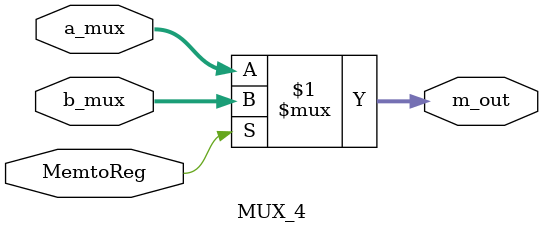
<source format=v>
`timescale 1ns / 1ps
module MUX_4(
    input [31:0] a_mux,
    input [31:0] b_mux,
    input MemtoReg,
    output [31:0] m_out
);
assign m_out = MemtoReg ? b_mux : a_mux ;
endmodule 


</source>
